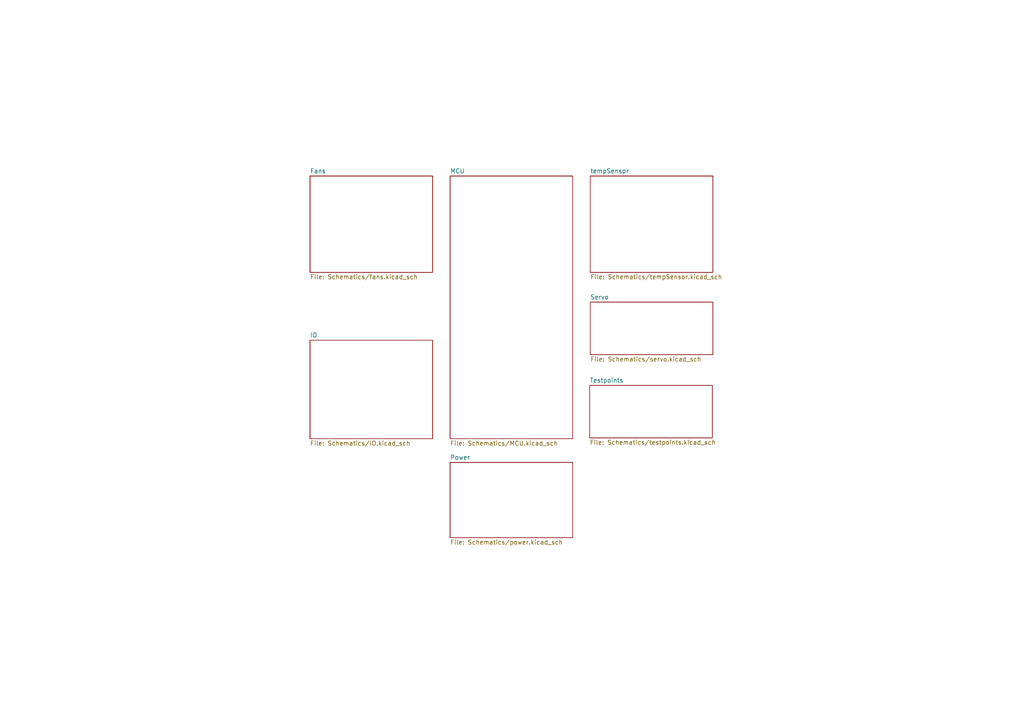
<source format=kicad_sch>
(kicad_sch (version 20211123) (generator eeschema)
  (paper "A4")
  (lib_symbols)
  (sheet (at 171.196 87.63) (size 35.56 15.24) (stroke (width 0.1524))
    (property "Sheet name" "Servo" (at 171.196 86.9184 0) (effects (justify left bottom)))
    (property "Sheet file" "Schematics/servo.kicad_sch" (at 171.196 103.4546 0) (effects (justify left top)))
  )
  (sheet (at 130.556 51.054) (size 35.56 76.2) (stroke (width 0.1524))
    (property "Sheet name" "MCU" (at 130.556 50.3424 0) (effects (justify left bottom)))
    (property "Sheet file" "Schematics/MCU.kicad_sch" (at 130.556 127.8386 0) (effects (justify left top)))
  )
  (sheet (at 171.196 51.054) (size 35.56 27.94) (stroke (width 0.1524))
    (property "Sheet name" "tempSensor" (at 171.196 50.3424 0) (effects (justify left bottom)))
    (property "Sheet file" "Schematics/tempSensor.kicad_sch" (at 171.196 79.5786 0) (effects (justify left top)))
  )
  (sheet (at 171.0436 111.76) (size 35.56 15.24) (stroke (width 0.1524))
    (property "Sheet name" "Testpoints" (at 171.0436 111.0484 0) (effects (justify left bottom)))
    (property "Sheet file" "Schematics/testpoints.kicad_sch" (at 171.0436 127.5846 0) (effects (justify left top)))
  )
  (sheet (at 89.916 98.679) (size 35.56 28.575) (stroke (width 0.1524))
    (property "Sheet name" "IO" (at 89.916 97.9674 0) (effects (justify left bottom)))
    (property "Sheet file" "Schematics/IO.kicad_sch" (at 89.916 127.8386 0) (effects (justify left top)))
  )
  (sheet (at 89.916 51.054) (size 35.56 27.94) (stroke (width 0.1524))
    (property "Sheet name" "Fans" (at 89.916 50.3424 0) (effects (justify left bottom)))
    (property "Sheet file" "Schematics/fans.kicad_sch" (at 89.916 79.5786 0) (effects (justify left top)))
  )
  (sheet (at 130.556 134.112) (size 35.56 21.844) (stroke (width 0.1524))
    (property "Sheet name" "Power" (at 130.556 133.4004 0) (effects (justify left bottom)))
    (property "Sheet file" "Schematics/power.kicad_sch" (at 130.556 156.5406 0) (effects (justify left top)))
  )
)
</source>
